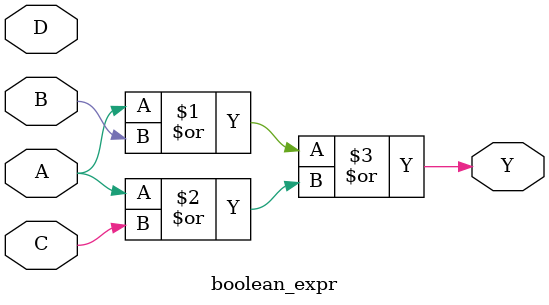
<source format=v>
module boolean_expr(input A, B, C, D, output Y);
  assign Y = (A | B) | (A | C);
endmodule

</source>
